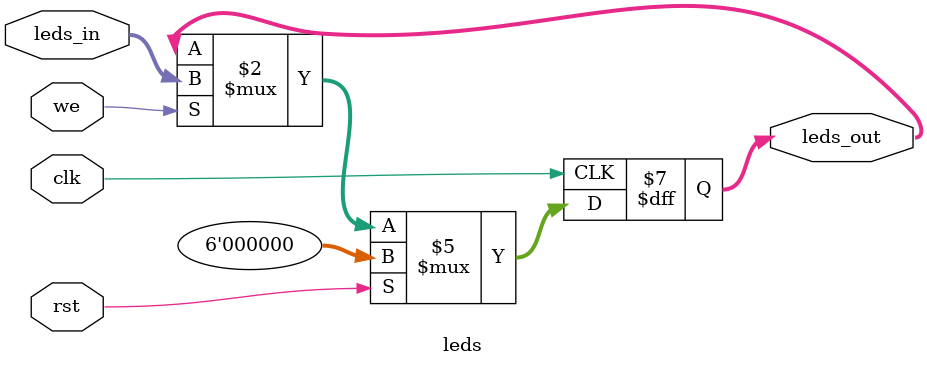
<source format=v>
module leds (
    input clk,
    input rst,
    input we,
    input [5:0] leds_in,
    output reg [5:0] leds_out
);

    always @ (posedge clk) begin
        if (rst)
            leds_out <= 6'b0;
        else
            if (we)
                leds_out <= leds_in;
    end

endmodule
</source>
